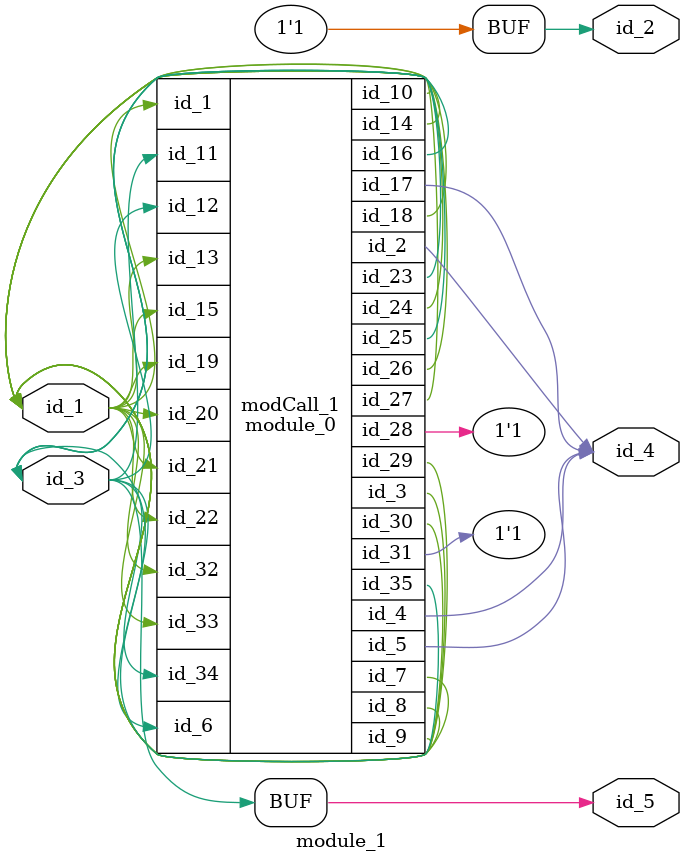
<source format=v>
module module_0 (
    id_1,
    id_2,
    id_3,
    id_4,
    id_5,
    id_6,
    id_7,
    id_8,
    id_9,
    id_10,
    id_11,
    id_12,
    id_13,
    id_14,
    id_15,
    id_16,
    id_17,
    id_18,
    id_19,
    id_20,
    id_21,
    id_22,
    id_23,
    id_24,
    id_25,
    id_26,
    id_27,
    id_28,
    id_29,
    id_30,
    id_31,
    id_32,
    id_33,
    id_34,
    id_35
);
  output wire id_35;
  input wire id_34;
  input wire id_33;
  input wire id_32;
  output wire id_31;
  inout wire id_30;
  output wire id_29;
  output wire id_28;
  inout wire id_27;
  inout wire id_26;
  output wire id_25;
  inout wire id_24;
  output wire id_23;
  input wire id_22;
  input wire id_21;
  input wire id_20;
  input wire id_19;
  inout wire id_18;
  output wire id_17;
  output wire id_16;
  input wire id_15;
  output wire id_14;
  input wire id_13;
  input wire id_12;
  input wire id_11;
  inout wire id_10;
  inout wire id_9;
  inout wire id_8;
  inout wire id_7;
  input wire id_6;
  output wire id_5;
  output wire id_4;
  inout wire id_3;
  output wire id_2;
  input wire id_1;
endmodule
module module_1 (
    id_1,
    id_2,
    id_3,
    id_4,
    id_5
);
  output wire id_5;
  output wire id_4;
  input wire id_3;
  output wire id_2;
  inout wire id_1;
  generate
    assign id_2 = -1;
  endgenerate
  assign id_5 = (id_3);
  module_0 modCall_1 (
      id_1,
      id_4,
      id_1,
      id_4,
      id_4,
      id_3,
      id_1,
      id_1,
      id_1,
      id_1,
      id_3,
      id_3,
      id_1,
      id_1,
      id_1,
      id_5,
      id_4,
      id_1,
      id_1,
      id_1,
      id_1,
      id_1,
      id_5,
      id_1,
      id_5,
      id_1,
      id_1,
      id_2,
      id_1,
      id_1,
      id_2,
      id_1,
      id_1,
      id_3,
      id_5
  );
endmodule

</source>
